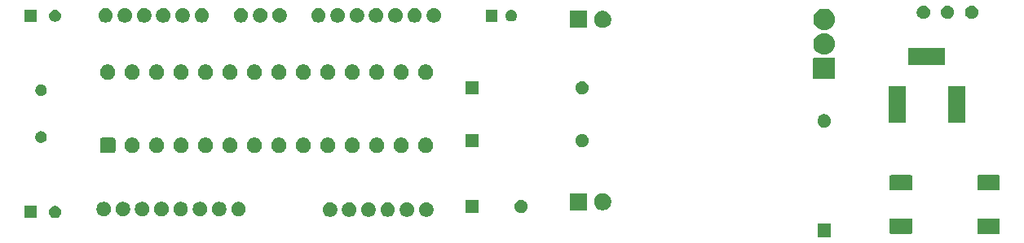
<source format=gts>
G04 #@! TF.GenerationSoftware,KiCad,Pcbnew,9.0.3*
G04 #@! TF.CreationDate,2025-08-08T01:45:00-07:00*
G04 #@! TF.ProjectId,Untitled,556e7469-746c-4656-942e-6b696361645f,rev?*
G04 #@! TF.SameCoordinates,Original*
G04 #@! TF.FileFunction,Soldermask,Top*
G04 #@! TF.FilePolarity,Negative*
%FSLAX46Y46*%
G04 Gerber Fmt 4.6, Leading zero omitted, Abs format (unit mm)*
G04 Created by KiCad (PCBNEW 9.0.3) date 2025-08-08 01:45:00*
%MOMM*%
%LPD*%
G01*
G04 APERTURE LIST*
G04 APERTURE END LIST*
G36*
X176843500Y-117575500D02*
G01*
X175446500Y-117575500D01*
X175446500Y-116178500D01*
X176843500Y-116178500D01*
X176843500Y-117575500D01*
G37*
G36*
X185208034Y-115617764D02*
G01*
X185241125Y-115639875D01*
X185263236Y-115672966D01*
X185271000Y-115712000D01*
X185271000Y-117112000D01*
X185263236Y-117151034D01*
X185241125Y-117184125D01*
X185208034Y-117206236D01*
X185169000Y-117214000D01*
X183069000Y-117214000D01*
X183029966Y-117206236D01*
X182996875Y-117184125D01*
X182974764Y-117151034D01*
X182967000Y-117112000D01*
X182967000Y-115712000D01*
X182974764Y-115672966D01*
X182996875Y-115639875D01*
X183029966Y-115617764D01*
X183069000Y-115610000D01*
X185169000Y-115610000D01*
X185208034Y-115617764D01*
G37*
G36*
X194308034Y-115617764D02*
G01*
X194341125Y-115639875D01*
X194363236Y-115672966D01*
X194371000Y-115712000D01*
X194371000Y-117112000D01*
X194363236Y-117151034D01*
X194341125Y-117184125D01*
X194308034Y-117206236D01*
X194269000Y-117214000D01*
X192169000Y-117214000D01*
X192129966Y-117206236D01*
X192096875Y-117184125D01*
X192074764Y-117151034D01*
X192067000Y-117112000D01*
X192067000Y-115712000D01*
X192074764Y-115672966D01*
X192096875Y-115639875D01*
X192129966Y-115617764D01*
X192169000Y-115610000D01*
X194269000Y-115610000D01*
X194308034Y-115617764D01*
G37*
G36*
X94365000Y-115589000D02*
G01*
X93095000Y-115589000D01*
X93095000Y-114319000D01*
X94365000Y-114319000D01*
X94365000Y-115589000D01*
G37*
G36*
X96454331Y-114346343D02*
G01*
X96569337Y-114393980D01*
X96672840Y-114463138D01*
X96760862Y-114551160D01*
X96830020Y-114654663D01*
X96877657Y-114769669D01*
X96901942Y-114891759D01*
X96901942Y-115016241D01*
X96877657Y-115138331D01*
X96830020Y-115253337D01*
X96760862Y-115356840D01*
X96672840Y-115444862D01*
X96569337Y-115514020D01*
X96454331Y-115561657D01*
X96332241Y-115585942D01*
X96207759Y-115585942D01*
X96085669Y-115561657D01*
X95970663Y-115514020D01*
X95867160Y-115444862D01*
X95779138Y-115356840D01*
X95709980Y-115253337D01*
X95662343Y-115138331D01*
X95638058Y-115016241D01*
X95638058Y-114891759D01*
X95662343Y-114769669D01*
X95709980Y-114654663D01*
X95779138Y-114551160D01*
X95867160Y-114463138D01*
X95970663Y-114393980D01*
X96085669Y-114346343D01*
X96207759Y-114322058D01*
X96332241Y-114322058D01*
X96454331Y-114346343D01*
G37*
G36*
X125044455Y-113976553D02*
G01*
X125181376Y-114033268D01*
X125304601Y-114115604D01*
X125409396Y-114220399D01*
X125491732Y-114343624D01*
X125548447Y-114480545D01*
X125577360Y-114625899D01*
X125577360Y-114774101D01*
X125548447Y-114919455D01*
X125491732Y-115056376D01*
X125409396Y-115179601D01*
X125304601Y-115284396D01*
X125181376Y-115366732D01*
X125044455Y-115423447D01*
X124899101Y-115452360D01*
X124750899Y-115452360D01*
X124605545Y-115423447D01*
X124468624Y-115366732D01*
X124345399Y-115284396D01*
X124240604Y-115179601D01*
X124158268Y-115056376D01*
X124101553Y-114919455D01*
X124072640Y-114774101D01*
X124072640Y-114625899D01*
X124101553Y-114480545D01*
X124158268Y-114343624D01*
X124240604Y-114220399D01*
X124345399Y-114115604D01*
X124468624Y-114033268D01*
X124605545Y-113976553D01*
X124750899Y-113947640D01*
X124899101Y-113947640D01*
X125044455Y-113976553D01*
G37*
G36*
X127044455Y-113976553D02*
G01*
X127181376Y-114033268D01*
X127304601Y-114115604D01*
X127409396Y-114220399D01*
X127491732Y-114343624D01*
X127548447Y-114480545D01*
X127577360Y-114625899D01*
X127577360Y-114774101D01*
X127548447Y-114919455D01*
X127491732Y-115056376D01*
X127409396Y-115179601D01*
X127304601Y-115284396D01*
X127181376Y-115366732D01*
X127044455Y-115423447D01*
X126899101Y-115452360D01*
X126750899Y-115452360D01*
X126605545Y-115423447D01*
X126468624Y-115366732D01*
X126345399Y-115284396D01*
X126240604Y-115179601D01*
X126158268Y-115056376D01*
X126101553Y-114919455D01*
X126072640Y-114774101D01*
X126072640Y-114625899D01*
X126101553Y-114480545D01*
X126158268Y-114343624D01*
X126240604Y-114220399D01*
X126345399Y-114115604D01*
X126468624Y-114033268D01*
X126605545Y-113976553D01*
X126750899Y-113947640D01*
X126899101Y-113947640D01*
X127044455Y-113976553D01*
G37*
G36*
X129044455Y-113976553D02*
G01*
X129181376Y-114033268D01*
X129304601Y-114115604D01*
X129409396Y-114220399D01*
X129491732Y-114343624D01*
X129548447Y-114480545D01*
X129577360Y-114625899D01*
X129577360Y-114774101D01*
X129548447Y-114919455D01*
X129491732Y-115056376D01*
X129409396Y-115179601D01*
X129304601Y-115284396D01*
X129181376Y-115366732D01*
X129044455Y-115423447D01*
X128899101Y-115452360D01*
X128750899Y-115452360D01*
X128605545Y-115423447D01*
X128468624Y-115366732D01*
X128345399Y-115284396D01*
X128240604Y-115179601D01*
X128158268Y-115056376D01*
X128101553Y-114919455D01*
X128072640Y-114774101D01*
X128072640Y-114625899D01*
X128101553Y-114480545D01*
X128158268Y-114343624D01*
X128240604Y-114220399D01*
X128345399Y-114115604D01*
X128468624Y-114033268D01*
X128605545Y-113976553D01*
X128750899Y-113947640D01*
X128899101Y-113947640D01*
X129044455Y-113976553D01*
G37*
G36*
X131044455Y-113976553D02*
G01*
X131181376Y-114033268D01*
X131304601Y-114115604D01*
X131409396Y-114220399D01*
X131491732Y-114343624D01*
X131548447Y-114480545D01*
X131577360Y-114625899D01*
X131577360Y-114774101D01*
X131548447Y-114919455D01*
X131491732Y-115056376D01*
X131409396Y-115179601D01*
X131304601Y-115284396D01*
X131181376Y-115366732D01*
X131044455Y-115423447D01*
X130899101Y-115452360D01*
X130750899Y-115452360D01*
X130605545Y-115423447D01*
X130468624Y-115366732D01*
X130345399Y-115284396D01*
X130240604Y-115179601D01*
X130158268Y-115056376D01*
X130101553Y-114919455D01*
X130072640Y-114774101D01*
X130072640Y-114625899D01*
X130101553Y-114480545D01*
X130158268Y-114343624D01*
X130240604Y-114220399D01*
X130345399Y-114115604D01*
X130468624Y-114033268D01*
X130605545Y-113976553D01*
X130750899Y-113947640D01*
X130899101Y-113947640D01*
X131044455Y-113976553D01*
G37*
G36*
X133044455Y-113976553D02*
G01*
X133181376Y-114033268D01*
X133304601Y-114115604D01*
X133409396Y-114220399D01*
X133491732Y-114343624D01*
X133548447Y-114480545D01*
X133577360Y-114625899D01*
X133577360Y-114774101D01*
X133548447Y-114919455D01*
X133491732Y-115056376D01*
X133409396Y-115179601D01*
X133304601Y-115284396D01*
X133181376Y-115366732D01*
X133044455Y-115423447D01*
X132899101Y-115452360D01*
X132750899Y-115452360D01*
X132605545Y-115423447D01*
X132468624Y-115366732D01*
X132345399Y-115284396D01*
X132240604Y-115179601D01*
X132158268Y-115056376D01*
X132101553Y-114919455D01*
X132072640Y-114774101D01*
X132072640Y-114625899D01*
X132101553Y-114480545D01*
X132158268Y-114343624D01*
X132240604Y-114220399D01*
X132345399Y-114115604D01*
X132468624Y-114033268D01*
X132605545Y-113976553D01*
X132750899Y-113947640D01*
X132899101Y-113947640D01*
X133044455Y-113976553D01*
G37*
G36*
X135044455Y-113976553D02*
G01*
X135181376Y-114033268D01*
X135304601Y-114115604D01*
X135409396Y-114220399D01*
X135491732Y-114343624D01*
X135548447Y-114480545D01*
X135577360Y-114625899D01*
X135577360Y-114774101D01*
X135548447Y-114919455D01*
X135491732Y-115056376D01*
X135409396Y-115179601D01*
X135304601Y-115284396D01*
X135181376Y-115366732D01*
X135044455Y-115423447D01*
X134899101Y-115452360D01*
X134750899Y-115452360D01*
X134605545Y-115423447D01*
X134468624Y-115366732D01*
X134345399Y-115284396D01*
X134240604Y-115179601D01*
X134158268Y-115056376D01*
X134101553Y-114919455D01*
X134072640Y-114774101D01*
X134072640Y-114625899D01*
X134101553Y-114480545D01*
X134158268Y-114343624D01*
X134240604Y-114220399D01*
X134345399Y-114115604D01*
X134468624Y-114033268D01*
X134605545Y-113976553D01*
X134750899Y-113947640D01*
X134899101Y-113947640D01*
X135044455Y-113976553D01*
G37*
G36*
X101544455Y-113910553D02*
G01*
X101681376Y-113967268D01*
X101804601Y-114049604D01*
X101909396Y-114154399D01*
X101991732Y-114277624D01*
X102048447Y-114414545D01*
X102077360Y-114559899D01*
X102077360Y-114708101D01*
X102048447Y-114853455D01*
X101991732Y-114990376D01*
X101909396Y-115113601D01*
X101804601Y-115218396D01*
X101681376Y-115300732D01*
X101544455Y-115357447D01*
X101399101Y-115386360D01*
X101250899Y-115386360D01*
X101105545Y-115357447D01*
X100968624Y-115300732D01*
X100845399Y-115218396D01*
X100740604Y-115113601D01*
X100658268Y-114990376D01*
X100601553Y-114853455D01*
X100572640Y-114708101D01*
X100572640Y-114559899D01*
X100601553Y-114414545D01*
X100658268Y-114277624D01*
X100740604Y-114154399D01*
X100845399Y-114049604D01*
X100968624Y-113967268D01*
X101105545Y-113910553D01*
X101250899Y-113881640D01*
X101399101Y-113881640D01*
X101544455Y-113910553D01*
G37*
G36*
X103544455Y-113910553D02*
G01*
X103681376Y-113967268D01*
X103804601Y-114049604D01*
X103909396Y-114154399D01*
X103991732Y-114277624D01*
X104048447Y-114414545D01*
X104077360Y-114559899D01*
X104077360Y-114708101D01*
X104048447Y-114853455D01*
X103991732Y-114990376D01*
X103909396Y-115113601D01*
X103804601Y-115218396D01*
X103681376Y-115300732D01*
X103544455Y-115357447D01*
X103399101Y-115386360D01*
X103250899Y-115386360D01*
X103105545Y-115357447D01*
X102968624Y-115300732D01*
X102845399Y-115218396D01*
X102740604Y-115113601D01*
X102658268Y-114990376D01*
X102601553Y-114853455D01*
X102572640Y-114708101D01*
X102572640Y-114559899D01*
X102601553Y-114414545D01*
X102658268Y-114277624D01*
X102740604Y-114154399D01*
X102845399Y-114049604D01*
X102968624Y-113967268D01*
X103105545Y-113910553D01*
X103250899Y-113881640D01*
X103399101Y-113881640D01*
X103544455Y-113910553D01*
G37*
G36*
X105544455Y-113910553D02*
G01*
X105681376Y-113967268D01*
X105804601Y-114049604D01*
X105909396Y-114154399D01*
X105991732Y-114277624D01*
X106048447Y-114414545D01*
X106077360Y-114559899D01*
X106077360Y-114708101D01*
X106048447Y-114853455D01*
X105991732Y-114990376D01*
X105909396Y-115113601D01*
X105804601Y-115218396D01*
X105681376Y-115300732D01*
X105544455Y-115357447D01*
X105399101Y-115386360D01*
X105250899Y-115386360D01*
X105105545Y-115357447D01*
X104968624Y-115300732D01*
X104845399Y-115218396D01*
X104740604Y-115113601D01*
X104658268Y-114990376D01*
X104601553Y-114853455D01*
X104572640Y-114708101D01*
X104572640Y-114559899D01*
X104601553Y-114414545D01*
X104658268Y-114277624D01*
X104740604Y-114154399D01*
X104845399Y-114049604D01*
X104968624Y-113967268D01*
X105105545Y-113910553D01*
X105250899Y-113881640D01*
X105399101Y-113881640D01*
X105544455Y-113910553D01*
G37*
G36*
X107544455Y-113910553D02*
G01*
X107681376Y-113967268D01*
X107804601Y-114049604D01*
X107909396Y-114154399D01*
X107991732Y-114277624D01*
X108048447Y-114414545D01*
X108077360Y-114559899D01*
X108077360Y-114708101D01*
X108048447Y-114853455D01*
X107991732Y-114990376D01*
X107909396Y-115113601D01*
X107804601Y-115218396D01*
X107681376Y-115300732D01*
X107544455Y-115357447D01*
X107399101Y-115386360D01*
X107250899Y-115386360D01*
X107105545Y-115357447D01*
X106968624Y-115300732D01*
X106845399Y-115218396D01*
X106740604Y-115113601D01*
X106658268Y-114990376D01*
X106601553Y-114853455D01*
X106572640Y-114708101D01*
X106572640Y-114559899D01*
X106601553Y-114414545D01*
X106658268Y-114277624D01*
X106740604Y-114154399D01*
X106845399Y-114049604D01*
X106968624Y-113967268D01*
X107105545Y-113910553D01*
X107250899Y-113881640D01*
X107399101Y-113881640D01*
X107544455Y-113910553D01*
G37*
G36*
X109544455Y-113910553D02*
G01*
X109681376Y-113967268D01*
X109804601Y-114049604D01*
X109909396Y-114154399D01*
X109991732Y-114277624D01*
X110048447Y-114414545D01*
X110077360Y-114559899D01*
X110077360Y-114708101D01*
X110048447Y-114853455D01*
X109991732Y-114990376D01*
X109909396Y-115113601D01*
X109804601Y-115218396D01*
X109681376Y-115300732D01*
X109544455Y-115357447D01*
X109399101Y-115386360D01*
X109250899Y-115386360D01*
X109105545Y-115357447D01*
X108968624Y-115300732D01*
X108845399Y-115218396D01*
X108740604Y-115113601D01*
X108658268Y-114990376D01*
X108601553Y-114853455D01*
X108572640Y-114708101D01*
X108572640Y-114559899D01*
X108601553Y-114414545D01*
X108658268Y-114277624D01*
X108740604Y-114154399D01*
X108845399Y-114049604D01*
X108968624Y-113967268D01*
X109105545Y-113910553D01*
X109250899Y-113881640D01*
X109399101Y-113881640D01*
X109544455Y-113910553D01*
G37*
G36*
X111544455Y-113910553D02*
G01*
X111681376Y-113967268D01*
X111804601Y-114049604D01*
X111909396Y-114154399D01*
X111991732Y-114277624D01*
X112048447Y-114414545D01*
X112077360Y-114559899D01*
X112077360Y-114708101D01*
X112048447Y-114853455D01*
X111991732Y-114990376D01*
X111909396Y-115113601D01*
X111804601Y-115218396D01*
X111681376Y-115300732D01*
X111544455Y-115357447D01*
X111399101Y-115386360D01*
X111250899Y-115386360D01*
X111105545Y-115357447D01*
X110968624Y-115300732D01*
X110845399Y-115218396D01*
X110740604Y-115113601D01*
X110658268Y-114990376D01*
X110601553Y-114853455D01*
X110572640Y-114708101D01*
X110572640Y-114559899D01*
X110601553Y-114414545D01*
X110658268Y-114277624D01*
X110740604Y-114154399D01*
X110845399Y-114049604D01*
X110968624Y-113967268D01*
X111105545Y-113910553D01*
X111250899Y-113881640D01*
X111399101Y-113881640D01*
X111544455Y-113910553D01*
G37*
G36*
X113544455Y-113910553D02*
G01*
X113681376Y-113967268D01*
X113804601Y-114049604D01*
X113909396Y-114154399D01*
X113991732Y-114277624D01*
X114048447Y-114414545D01*
X114077360Y-114559899D01*
X114077360Y-114708101D01*
X114048447Y-114853455D01*
X113991732Y-114990376D01*
X113909396Y-115113601D01*
X113804601Y-115218396D01*
X113681376Y-115300732D01*
X113544455Y-115357447D01*
X113399101Y-115386360D01*
X113250899Y-115386360D01*
X113105545Y-115357447D01*
X112968624Y-115300732D01*
X112845399Y-115218396D01*
X112740604Y-115113601D01*
X112658268Y-114990376D01*
X112601553Y-114853455D01*
X112572640Y-114708101D01*
X112572640Y-114559899D01*
X112601553Y-114414545D01*
X112658268Y-114277624D01*
X112740604Y-114154399D01*
X112845399Y-114049604D01*
X112968624Y-113967268D01*
X113105545Y-113910553D01*
X113250899Y-113881640D01*
X113399101Y-113881640D01*
X113544455Y-113910553D01*
G37*
G36*
X115544455Y-113910553D02*
G01*
X115681376Y-113967268D01*
X115804601Y-114049604D01*
X115909396Y-114154399D01*
X115991732Y-114277624D01*
X116048447Y-114414545D01*
X116077360Y-114559899D01*
X116077360Y-114708101D01*
X116048447Y-114853455D01*
X115991732Y-114990376D01*
X115909396Y-115113601D01*
X115804601Y-115218396D01*
X115681376Y-115300732D01*
X115544455Y-115357447D01*
X115399101Y-115386360D01*
X115250899Y-115386360D01*
X115105545Y-115357447D01*
X114968624Y-115300732D01*
X114845399Y-115218396D01*
X114740604Y-115113601D01*
X114658268Y-114990376D01*
X114601553Y-114853455D01*
X114572640Y-114708101D01*
X114572640Y-114559899D01*
X114601553Y-114414545D01*
X114658268Y-114277624D01*
X114740604Y-114154399D01*
X114845399Y-114049604D01*
X114968624Y-113967268D01*
X115105545Y-113910553D01*
X115250899Y-113881640D01*
X115399101Y-113881640D01*
X115544455Y-113910553D01*
G37*
G36*
X140290800Y-115065800D02*
G01*
X138919200Y-115065800D01*
X138919200Y-113694200D01*
X140290800Y-113694200D01*
X140290800Y-115065800D01*
G37*
G36*
X144884077Y-113723730D02*
G01*
X145008284Y-113775178D01*
X145120067Y-113849869D01*
X145215131Y-113944933D01*
X145289822Y-114056716D01*
X145341270Y-114180923D01*
X145367498Y-114312780D01*
X145367498Y-114447220D01*
X145341270Y-114579077D01*
X145289822Y-114703284D01*
X145215131Y-114815067D01*
X145120067Y-114910131D01*
X145008284Y-114984822D01*
X144884077Y-115036270D01*
X144752220Y-115062498D01*
X144617780Y-115062498D01*
X144485923Y-115036270D01*
X144361716Y-114984822D01*
X144249933Y-114910131D01*
X144154869Y-114815067D01*
X144080178Y-114703284D01*
X144028730Y-114579077D01*
X144002502Y-114447220D01*
X144002502Y-114312780D01*
X144028730Y-114180923D01*
X144080178Y-114056716D01*
X144154869Y-113944933D01*
X144249933Y-113849869D01*
X144361716Y-113775178D01*
X144485923Y-113723730D01*
X144617780Y-113697502D01*
X144752220Y-113697502D01*
X144884077Y-113723730D01*
G37*
G36*
X151505000Y-114780000D02*
G01*
X149705000Y-114780000D01*
X149705000Y-112980000D01*
X151505000Y-112980000D01*
X151505000Y-114780000D01*
G37*
G36*
X153406256Y-113018754D02*
G01*
X153569257Y-113086271D01*
X153715954Y-113184291D01*
X153840709Y-113309046D01*
X153938729Y-113455743D01*
X154006246Y-113618744D01*
X154040666Y-113791785D01*
X154040666Y-113968215D01*
X154006246Y-114141256D01*
X153938729Y-114304257D01*
X153840709Y-114450954D01*
X153715954Y-114575709D01*
X153569257Y-114673729D01*
X153406256Y-114741246D01*
X153233215Y-114775666D01*
X153056785Y-114775666D01*
X152883744Y-114741246D01*
X152720743Y-114673729D01*
X152574046Y-114575709D01*
X152449291Y-114450954D01*
X152351271Y-114304257D01*
X152283754Y-114141256D01*
X152249334Y-113968215D01*
X152249334Y-113791785D01*
X152283754Y-113618744D01*
X152351271Y-113455743D01*
X152449291Y-113309046D01*
X152574046Y-113184291D01*
X152720743Y-113086271D01*
X152883744Y-113018754D01*
X153056785Y-112984334D01*
X153233215Y-112984334D01*
X153406256Y-113018754D01*
G37*
G36*
X185208034Y-111117764D02*
G01*
X185241125Y-111139875D01*
X185263236Y-111172966D01*
X185271000Y-111212000D01*
X185271000Y-112612000D01*
X185263236Y-112651034D01*
X185241125Y-112684125D01*
X185208034Y-112706236D01*
X185169000Y-112714000D01*
X183069000Y-112714000D01*
X183029966Y-112706236D01*
X182996875Y-112684125D01*
X182974764Y-112651034D01*
X182967000Y-112612000D01*
X182967000Y-111212000D01*
X182974764Y-111172966D01*
X182996875Y-111139875D01*
X183029966Y-111117764D01*
X183069000Y-111110000D01*
X185169000Y-111110000D01*
X185208034Y-111117764D01*
G37*
G36*
X194308034Y-111117764D02*
G01*
X194341125Y-111139875D01*
X194363236Y-111172966D01*
X194371000Y-111212000D01*
X194371000Y-112612000D01*
X194363236Y-112651034D01*
X194341125Y-112684125D01*
X194308034Y-112706236D01*
X194269000Y-112714000D01*
X192169000Y-112714000D01*
X192129966Y-112706236D01*
X192096875Y-112684125D01*
X192074764Y-112651034D01*
X192067000Y-112612000D01*
X192067000Y-111212000D01*
X192074764Y-111172966D01*
X192096875Y-111139875D01*
X192129966Y-111117764D01*
X192169000Y-111110000D01*
X194269000Y-111110000D01*
X194308034Y-111117764D01*
G37*
G36*
X102299850Y-107200964D02*
G01*
X102350040Y-107206787D01*
X102367189Y-107214359D01*
X102390671Y-107219030D01*
X102415810Y-107235827D01*
X102435696Y-107244608D01*
X102449277Y-107258189D01*
X102471777Y-107273223D01*
X102486810Y-107295722D01*
X102500391Y-107309303D01*
X102509170Y-107329186D01*
X102525970Y-107354329D01*
X102530641Y-107377812D01*
X102538212Y-107394959D01*
X102544033Y-107445139D01*
X102545000Y-107450000D01*
X102545000Y-108550000D01*
X102544032Y-108554863D01*
X102538212Y-108605040D01*
X102530641Y-108622185D01*
X102525970Y-108645671D01*
X102509169Y-108670815D01*
X102500391Y-108690696D01*
X102486812Y-108704274D01*
X102471777Y-108726777D01*
X102449274Y-108741812D01*
X102435696Y-108755391D01*
X102415815Y-108764169D01*
X102390671Y-108780970D01*
X102367185Y-108785641D01*
X102350040Y-108793212D01*
X102299861Y-108799032D01*
X102295000Y-108800000D01*
X101195000Y-108800000D01*
X101190138Y-108799032D01*
X101139959Y-108793212D01*
X101122812Y-108785641D01*
X101099329Y-108780970D01*
X101074186Y-108764170D01*
X101054303Y-108755391D01*
X101040722Y-108741810D01*
X101018223Y-108726777D01*
X101003189Y-108704277D01*
X100989608Y-108690696D01*
X100980827Y-108670810D01*
X100964030Y-108645671D01*
X100959359Y-108622189D01*
X100951787Y-108605040D01*
X100945964Y-108554849D01*
X100945000Y-108550000D01*
X100945000Y-107450000D01*
X100945964Y-107445150D01*
X100951787Y-107394959D01*
X100959359Y-107377808D01*
X100964030Y-107354329D01*
X100980826Y-107329191D01*
X100989608Y-107309303D01*
X101003191Y-107295719D01*
X101018223Y-107273223D01*
X101040719Y-107258191D01*
X101054303Y-107244608D01*
X101074191Y-107235826D01*
X101099329Y-107219030D01*
X101122808Y-107214359D01*
X101139959Y-107206787D01*
X101190151Y-107200964D01*
X101195000Y-107200000D01*
X102295000Y-107200000D01*
X102299850Y-107200964D01*
G37*
G36*
X104517228Y-107234448D02*
G01*
X104662117Y-107294463D01*
X104792515Y-107381592D01*
X104903408Y-107492485D01*
X104990537Y-107622883D01*
X105050552Y-107767772D01*
X105081148Y-107921586D01*
X105081148Y-108078414D01*
X105050552Y-108232228D01*
X104990537Y-108377117D01*
X104903408Y-108507515D01*
X104792515Y-108618408D01*
X104662117Y-108705537D01*
X104517228Y-108765552D01*
X104363414Y-108796148D01*
X104206586Y-108796148D01*
X104052772Y-108765552D01*
X103907883Y-108705537D01*
X103777485Y-108618408D01*
X103666592Y-108507515D01*
X103579463Y-108377117D01*
X103519448Y-108232228D01*
X103488852Y-108078414D01*
X103488852Y-107921586D01*
X103519448Y-107767772D01*
X103579463Y-107622883D01*
X103666592Y-107492485D01*
X103777485Y-107381592D01*
X103907883Y-107294463D01*
X104052772Y-107234448D01*
X104206586Y-107203852D01*
X104363414Y-107203852D01*
X104517228Y-107234448D01*
G37*
G36*
X107057228Y-107234448D02*
G01*
X107202117Y-107294463D01*
X107332515Y-107381592D01*
X107443408Y-107492485D01*
X107530537Y-107622883D01*
X107590552Y-107767772D01*
X107621148Y-107921586D01*
X107621148Y-108078414D01*
X107590552Y-108232228D01*
X107530537Y-108377117D01*
X107443408Y-108507515D01*
X107332515Y-108618408D01*
X107202117Y-108705537D01*
X107057228Y-108765552D01*
X106903414Y-108796148D01*
X106746586Y-108796148D01*
X106592772Y-108765552D01*
X106447883Y-108705537D01*
X106317485Y-108618408D01*
X106206592Y-108507515D01*
X106119463Y-108377117D01*
X106059448Y-108232228D01*
X106028852Y-108078414D01*
X106028852Y-107921586D01*
X106059448Y-107767772D01*
X106119463Y-107622883D01*
X106206592Y-107492485D01*
X106317485Y-107381592D01*
X106447883Y-107294463D01*
X106592772Y-107234448D01*
X106746586Y-107203852D01*
X106903414Y-107203852D01*
X107057228Y-107234448D01*
G37*
G36*
X109597228Y-107234448D02*
G01*
X109742117Y-107294463D01*
X109872515Y-107381592D01*
X109983408Y-107492485D01*
X110070537Y-107622883D01*
X110130552Y-107767772D01*
X110161148Y-107921586D01*
X110161148Y-108078414D01*
X110130552Y-108232228D01*
X110070537Y-108377117D01*
X109983408Y-108507515D01*
X109872515Y-108618408D01*
X109742117Y-108705537D01*
X109597228Y-108765552D01*
X109443414Y-108796148D01*
X109286586Y-108796148D01*
X109132772Y-108765552D01*
X108987883Y-108705537D01*
X108857485Y-108618408D01*
X108746592Y-108507515D01*
X108659463Y-108377117D01*
X108599448Y-108232228D01*
X108568852Y-108078414D01*
X108568852Y-107921586D01*
X108599448Y-107767772D01*
X108659463Y-107622883D01*
X108746592Y-107492485D01*
X108857485Y-107381592D01*
X108987883Y-107294463D01*
X109132772Y-107234448D01*
X109286586Y-107203852D01*
X109443414Y-107203852D01*
X109597228Y-107234448D01*
G37*
G36*
X112137228Y-107234448D02*
G01*
X112282117Y-107294463D01*
X112412515Y-107381592D01*
X112523408Y-107492485D01*
X112610537Y-107622883D01*
X112670552Y-107767772D01*
X112701148Y-107921586D01*
X112701148Y-108078414D01*
X112670552Y-108232228D01*
X112610537Y-108377117D01*
X112523408Y-108507515D01*
X112412515Y-108618408D01*
X112282117Y-108705537D01*
X112137228Y-108765552D01*
X111983414Y-108796148D01*
X111826586Y-108796148D01*
X111672772Y-108765552D01*
X111527883Y-108705537D01*
X111397485Y-108618408D01*
X111286592Y-108507515D01*
X111199463Y-108377117D01*
X111139448Y-108232228D01*
X111108852Y-108078414D01*
X111108852Y-107921586D01*
X111139448Y-107767772D01*
X111199463Y-107622883D01*
X111286592Y-107492485D01*
X111397485Y-107381592D01*
X111527883Y-107294463D01*
X111672772Y-107234448D01*
X111826586Y-107203852D01*
X111983414Y-107203852D01*
X112137228Y-107234448D01*
G37*
G36*
X114677228Y-107234448D02*
G01*
X114822117Y-107294463D01*
X114952515Y-107381592D01*
X115063408Y-107492485D01*
X115150537Y-107622883D01*
X115210552Y-107767772D01*
X115241148Y-107921586D01*
X115241148Y-108078414D01*
X115210552Y-108232228D01*
X115150537Y-108377117D01*
X115063408Y-108507515D01*
X114952515Y-108618408D01*
X114822117Y-108705537D01*
X114677228Y-108765552D01*
X114523414Y-108796148D01*
X114366586Y-108796148D01*
X114212772Y-108765552D01*
X114067883Y-108705537D01*
X113937485Y-108618408D01*
X113826592Y-108507515D01*
X113739463Y-108377117D01*
X113679448Y-108232228D01*
X113648852Y-108078414D01*
X113648852Y-107921586D01*
X113679448Y-107767772D01*
X113739463Y-107622883D01*
X113826592Y-107492485D01*
X113937485Y-107381592D01*
X114067883Y-107294463D01*
X114212772Y-107234448D01*
X114366586Y-107203852D01*
X114523414Y-107203852D01*
X114677228Y-107234448D01*
G37*
G36*
X117217228Y-107234448D02*
G01*
X117362117Y-107294463D01*
X117492515Y-107381592D01*
X117603408Y-107492485D01*
X117690537Y-107622883D01*
X117750552Y-107767772D01*
X117781148Y-107921586D01*
X117781148Y-108078414D01*
X117750552Y-108232228D01*
X117690537Y-108377117D01*
X117603408Y-108507515D01*
X117492515Y-108618408D01*
X117362117Y-108705537D01*
X117217228Y-108765552D01*
X117063414Y-108796148D01*
X116906586Y-108796148D01*
X116752772Y-108765552D01*
X116607883Y-108705537D01*
X116477485Y-108618408D01*
X116366592Y-108507515D01*
X116279463Y-108377117D01*
X116219448Y-108232228D01*
X116188852Y-108078414D01*
X116188852Y-107921586D01*
X116219448Y-107767772D01*
X116279463Y-107622883D01*
X116366592Y-107492485D01*
X116477485Y-107381592D01*
X116607883Y-107294463D01*
X116752772Y-107234448D01*
X116906586Y-107203852D01*
X117063414Y-107203852D01*
X117217228Y-107234448D01*
G37*
G36*
X119757228Y-107234448D02*
G01*
X119902117Y-107294463D01*
X120032515Y-107381592D01*
X120143408Y-107492485D01*
X120230537Y-107622883D01*
X120290552Y-107767772D01*
X120321148Y-107921586D01*
X120321148Y-108078414D01*
X120290552Y-108232228D01*
X120230537Y-108377117D01*
X120143408Y-108507515D01*
X120032515Y-108618408D01*
X119902117Y-108705537D01*
X119757228Y-108765552D01*
X119603414Y-108796148D01*
X119446586Y-108796148D01*
X119292772Y-108765552D01*
X119147883Y-108705537D01*
X119017485Y-108618408D01*
X118906592Y-108507515D01*
X118819463Y-108377117D01*
X118759448Y-108232228D01*
X118728852Y-108078414D01*
X118728852Y-107921586D01*
X118759448Y-107767772D01*
X118819463Y-107622883D01*
X118906592Y-107492485D01*
X119017485Y-107381592D01*
X119147883Y-107294463D01*
X119292772Y-107234448D01*
X119446586Y-107203852D01*
X119603414Y-107203852D01*
X119757228Y-107234448D01*
G37*
G36*
X122297228Y-107234448D02*
G01*
X122442117Y-107294463D01*
X122572515Y-107381592D01*
X122683408Y-107492485D01*
X122770537Y-107622883D01*
X122830552Y-107767772D01*
X122861148Y-107921586D01*
X122861148Y-108078414D01*
X122830552Y-108232228D01*
X122770537Y-108377117D01*
X122683408Y-108507515D01*
X122572515Y-108618408D01*
X122442117Y-108705537D01*
X122297228Y-108765552D01*
X122143414Y-108796148D01*
X121986586Y-108796148D01*
X121832772Y-108765552D01*
X121687883Y-108705537D01*
X121557485Y-108618408D01*
X121446592Y-108507515D01*
X121359463Y-108377117D01*
X121299448Y-108232228D01*
X121268852Y-108078414D01*
X121268852Y-107921586D01*
X121299448Y-107767772D01*
X121359463Y-107622883D01*
X121446592Y-107492485D01*
X121557485Y-107381592D01*
X121687883Y-107294463D01*
X121832772Y-107234448D01*
X121986586Y-107203852D01*
X122143414Y-107203852D01*
X122297228Y-107234448D01*
G37*
G36*
X124837228Y-107234448D02*
G01*
X124982117Y-107294463D01*
X125112515Y-107381592D01*
X125223408Y-107492485D01*
X125310537Y-107622883D01*
X125370552Y-107767772D01*
X125401148Y-107921586D01*
X125401148Y-108078414D01*
X125370552Y-108232228D01*
X125310537Y-108377117D01*
X125223408Y-108507515D01*
X125112515Y-108618408D01*
X124982117Y-108705537D01*
X124837228Y-108765552D01*
X124683414Y-108796148D01*
X124526586Y-108796148D01*
X124372772Y-108765552D01*
X124227883Y-108705537D01*
X124097485Y-108618408D01*
X123986592Y-108507515D01*
X123899463Y-108377117D01*
X123839448Y-108232228D01*
X123808852Y-108078414D01*
X123808852Y-107921586D01*
X123839448Y-107767772D01*
X123899463Y-107622883D01*
X123986592Y-107492485D01*
X124097485Y-107381592D01*
X124227883Y-107294463D01*
X124372772Y-107234448D01*
X124526586Y-107203852D01*
X124683414Y-107203852D01*
X124837228Y-107234448D01*
G37*
G36*
X127377228Y-107234448D02*
G01*
X127522117Y-107294463D01*
X127652515Y-107381592D01*
X127763408Y-107492485D01*
X127850537Y-107622883D01*
X127910552Y-107767772D01*
X127941148Y-107921586D01*
X127941148Y-108078414D01*
X127910552Y-108232228D01*
X127850537Y-108377117D01*
X127763408Y-108507515D01*
X127652515Y-108618408D01*
X127522117Y-108705537D01*
X127377228Y-108765552D01*
X127223414Y-108796148D01*
X127066586Y-108796148D01*
X126912772Y-108765552D01*
X126767883Y-108705537D01*
X126637485Y-108618408D01*
X126526592Y-108507515D01*
X126439463Y-108377117D01*
X126379448Y-108232228D01*
X126348852Y-108078414D01*
X126348852Y-107921586D01*
X126379448Y-107767772D01*
X126439463Y-107622883D01*
X126526592Y-107492485D01*
X126637485Y-107381592D01*
X126767883Y-107294463D01*
X126912772Y-107234448D01*
X127066586Y-107203852D01*
X127223414Y-107203852D01*
X127377228Y-107234448D01*
G37*
G36*
X129917228Y-107234448D02*
G01*
X130062117Y-107294463D01*
X130192515Y-107381592D01*
X130303408Y-107492485D01*
X130390537Y-107622883D01*
X130450552Y-107767772D01*
X130481148Y-107921586D01*
X130481148Y-108078414D01*
X130450552Y-108232228D01*
X130390537Y-108377117D01*
X130303408Y-108507515D01*
X130192515Y-108618408D01*
X130062117Y-108705537D01*
X129917228Y-108765552D01*
X129763414Y-108796148D01*
X129606586Y-108796148D01*
X129452772Y-108765552D01*
X129307883Y-108705537D01*
X129177485Y-108618408D01*
X129066592Y-108507515D01*
X128979463Y-108377117D01*
X128919448Y-108232228D01*
X128888852Y-108078414D01*
X128888852Y-107921586D01*
X128919448Y-107767772D01*
X128979463Y-107622883D01*
X129066592Y-107492485D01*
X129177485Y-107381592D01*
X129307883Y-107294463D01*
X129452772Y-107234448D01*
X129606586Y-107203852D01*
X129763414Y-107203852D01*
X129917228Y-107234448D01*
G37*
G36*
X132457228Y-107234448D02*
G01*
X132602117Y-107294463D01*
X132732515Y-107381592D01*
X132843408Y-107492485D01*
X132930537Y-107622883D01*
X132990552Y-107767772D01*
X133021148Y-107921586D01*
X133021148Y-108078414D01*
X132990552Y-108232228D01*
X132930537Y-108377117D01*
X132843408Y-108507515D01*
X132732515Y-108618408D01*
X132602117Y-108705537D01*
X132457228Y-108765552D01*
X132303414Y-108796148D01*
X132146586Y-108796148D01*
X131992772Y-108765552D01*
X131847883Y-108705537D01*
X131717485Y-108618408D01*
X131606592Y-108507515D01*
X131519463Y-108377117D01*
X131459448Y-108232228D01*
X131428852Y-108078414D01*
X131428852Y-107921586D01*
X131459448Y-107767772D01*
X131519463Y-107622883D01*
X131606592Y-107492485D01*
X131717485Y-107381592D01*
X131847883Y-107294463D01*
X131992772Y-107234448D01*
X132146586Y-107203852D01*
X132303414Y-107203852D01*
X132457228Y-107234448D01*
G37*
G36*
X134997228Y-107234448D02*
G01*
X135142117Y-107294463D01*
X135272515Y-107381592D01*
X135383408Y-107492485D01*
X135470537Y-107622883D01*
X135530552Y-107767772D01*
X135561148Y-107921586D01*
X135561148Y-108078414D01*
X135530552Y-108232228D01*
X135470537Y-108377117D01*
X135383408Y-108507515D01*
X135272515Y-108618408D01*
X135142117Y-108705537D01*
X134997228Y-108765552D01*
X134843414Y-108796148D01*
X134686586Y-108796148D01*
X134532772Y-108765552D01*
X134387883Y-108705537D01*
X134257485Y-108618408D01*
X134146592Y-108507515D01*
X134059463Y-108377117D01*
X133999448Y-108232228D01*
X133968852Y-108078414D01*
X133968852Y-107921586D01*
X133999448Y-107767772D01*
X134059463Y-107622883D01*
X134146592Y-107492485D01*
X134257485Y-107381592D01*
X134387883Y-107294463D01*
X134532772Y-107234448D01*
X134686586Y-107203852D01*
X134843414Y-107203852D01*
X134997228Y-107234448D01*
G37*
G36*
X140268500Y-108198500D02*
G01*
X138871500Y-108198500D01*
X138871500Y-106801500D01*
X140268500Y-106801500D01*
X140268500Y-108198500D01*
G37*
G36*
X151202764Y-106831577D02*
G01*
X151329271Y-106883978D01*
X151443124Y-106960052D01*
X151539948Y-107056876D01*
X151616022Y-107170729D01*
X151668423Y-107297236D01*
X151695137Y-107431535D01*
X151695137Y-107568465D01*
X151668423Y-107702764D01*
X151616022Y-107829271D01*
X151539948Y-107943124D01*
X151443124Y-108039948D01*
X151329271Y-108116022D01*
X151202764Y-108168423D01*
X151068465Y-108195137D01*
X150931535Y-108195137D01*
X150797236Y-108168423D01*
X150670729Y-108116022D01*
X150556876Y-108039948D01*
X150460052Y-107943124D01*
X150383978Y-107829271D01*
X150331577Y-107702764D01*
X150304863Y-107568465D01*
X150304863Y-107431535D01*
X150331577Y-107297236D01*
X150383978Y-107170729D01*
X150460052Y-107056876D01*
X150556876Y-106960052D01*
X150670729Y-106883978D01*
X150797236Y-106831577D01*
X150931535Y-106804863D01*
X151068465Y-106804863D01*
X151202764Y-106831577D01*
G37*
G36*
X94894251Y-106533680D02*
G01*
X94904034Y-106533680D01*
X94932214Y-106541230D01*
X95000680Y-106554849D01*
X95033001Y-106568236D01*
X95056715Y-106574591D01*
X95077975Y-106586865D01*
X95110295Y-106600253D01*
X95168348Y-106639043D01*
X95193605Y-106653625D01*
X95200517Y-106660537D01*
X95208938Y-106666164D01*
X95292835Y-106750061D01*
X95298461Y-106758481D01*
X95305375Y-106765395D01*
X95319958Y-106790654D01*
X95358746Y-106848704D01*
X95372132Y-106881020D01*
X95384409Y-106902285D01*
X95390764Y-106926002D01*
X95404150Y-106958319D01*
X95417767Y-107026780D01*
X95425320Y-107054966D01*
X95425320Y-107064748D01*
X95427295Y-107074678D01*
X95427295Y-107193321D01*
X95425320Y-107203250D01*
X95425320Y-107213034D01*
X95417766Y-107241222D01*
X95404150Y-107309680D01*
X95390764Y-107341994D01*
X95384409Y-107365715D01*
X95372130Y-107386981D01*
X95358746Y-107419295D01*
X95319963Y-107477337D01*
X95305375Y-107502605D01*
X95298459Y-107509520D01*
X95292835Y-107517938D01*
X95208938Y-107601835D01*
X95200520Y-107607459D01*
X95193605Y-107614375D01*
X95168337Y-107628963D01*
X95110295Y-107667746D01*
X95077981Y-107681130D01*
X95056715Y-107693409D01*
X95032994Y-107699764D01*
X95000680Y-107713150D01*
X94932220Y-107726767D01*
X94904034Y-107734320D01*
X94894251Y-107734320D01*
X94884322Y-107736295D01*
X94765678Y-107736295D01*
X94755749Y-107734320D01*
X94745966Y-107734320D01*
X94717780Y-107726767D01*
X94649319Y-107713150D01*
X94617002Y-107699764D01*
X94593285Y-107693409D01*
X94572020Y-107681132D01*
X94539704Y-107667746D01*
X94481654Y-107628958D01*
X94456395Y-107614375D01*
X94449481Y-107607461D01*
X94441061Y-107601835D01*
X94357164Y-107517938D01*
X94351537Y-107509517D01*
X94344625Y-107502605D01*
X94330043Y-107477348D01*
X94291253Y-107419295D01*
X94277865Y-107386975D01*
X94265591Y-107365715D01*
X94259236Y-107342001D01*
X94245849Y-107309680D01*
X94232231Y-107241216D01*
X94224680Y-107213034D01*
X94224680Y-107203250D01*
X94222705Y-107193321D01*
X94222705Y-107074678D01*
X94224680Y-107064748D01*
X94224680Y-107054966D01*
X94232230Y-107026786D01*
X94245849Y-106958319D01*
X94259237Y-106925996D01*
X94265591Y-106902285D01*
X94277864Y-106881027D01*
X94291253Y-106848704D01*
X94330047Y-106790643D01*
X94344625Y-106765395D01*
X94351535Y-106758484D01*
X94357164Y-106750061D01*
X94441061Y-106666164D01*
X94449484Y-106660535D01*
X94456395Y-106653625D01*
X94481643Y-106639047D01*
X94539704Y-106600253D01*
X94572027Y-106586864D01*
X94593285Y-106574591D01*
X94616996Y-106568237D01*
X94649319Y-106554849D01*
X94717786Y-106541230D01*
X94745966Y-106533680D01*
X94755748Y-106533680D01*
X94765678Y-106531705D01*
X94884322Y-106531705D01*
X94894251Y-106533680D01*
G37*
G36*
X176347764Y-104778577D02*
G01*
X176474271Y-104830978D01*
X176588124Y-104907052D01*
X176684948Y-105003876D01*
X176761022Y-105117729D01*
X176813423Y-105244236D01*
X176840137Y-105378535D01*
X176840137Y-105515465D01*
X176813423Y-105649764D01*
X176761022Y-105776271D01*
X176684948Y-105890124D01*
X176588124Y-105986948D01*
X176474271Y-106063022D01*
X176347764Y-106115423D01*
X176213465Y-106142137D01*
X176076535Y-106142137D01*
X175942236Y-106115423D01*
X175815729Y-106063022D01*
X175701876Y-105986948D01*
X175605052Y-105890124D01*
X175528978Y-105776271D01*
X175476577Y-105649764D01*
X175449863Y-105515465D01*
X175449863Y-105378535D01*
X175476577Y-105244236D01*
X175528978Y-105117729D01*
X175605052Y-105003876D01*
X175701876Y-104907052D01*
X175815729Y-104830978D01*
X175942236Y-104778577D01*
X176076535Y-104751863D01*
X176213465Y-104751863D01*
X176347764Y-104778577D01*
G37*
G36*
X184598000Y-105662000D02*
G01*
X182848000Y-105662000D01*
X182848000Y-101862000D01*
X184598000Y-101862000D01*
X184598000Y-105662000D01*
G37*
G36*
X190798000Y-105662000D02*
G01*
X189048000Y-105662000D01*
X189048000Y-101862000D01*
X190798000Y-101862000D01*
X190798000Y-105662000D01*
G37*
G36*
X94894251Y-101653680D02*
G01*
X94904034Y-101653680D01*
X94932214Y-101661230D01*
X95000680Y-101674849D01*
X95033001Y-101688236D01*
X95056715Y-101694591D01*
X95077975Y-101706865D01*
X95110295Y-101720253D01*
X95168348Y-101759043D01*
X95193605Y-101773625D01*
X95200517Y-101780537D01*
X95208938Y-101786164D01*
X95292835Y-101870061D01*
X95298461Y-101878481D01*
X95305375Y-101885395D01*
X95319958Y-101910654D01*
X95358746Y-101968704D01*
X95372132Y-102001020D01*
X95384409Y-102022285D01*
X95390764Y-102046002D01*
X95404150Y-102078319D01*
X95417767Y-102146780D01*
X95425320Y-102174966D01*
X95425320Y-102184748D01*
X95427295Y-102194678D01*
X95427295Y-102313321D01*
X95425320Y-102323250D01*
X95425320Y-102333034D01*
X95417766Y-102361222D01*
X95404150Y-102429680D01*
X95390764Y-102461994D01*
X95384409Y-102485715D01*
X95372130Y-102506981D01*
X95358746Y-102539295D01*
X95319963Y-102597337D01*
X95305375Y-102622605D01*
X95298459Y-102629520D01*
X95292835Y-102637938D01*
X95208938Y-102721835D01*
X95200520Y-102727459D01*
X95193605Y-102734375D01*
X95168337Y-102748963D01*
X95110295Y-102787746D01*
X95077981Y-102801130D01*
X95056715Y-102813409D01*
X95032994Y-102819764D01*
X95000680Y-102833150D01*
X94932220Y-102846767D01*
X94904034Y-102854320D01*
X94894251Y-102854320D01*
X94884322Y-102856295D01*
X94765678Y-102856295D01*
X94755749Y-102854320D01*
X94745966Y-102854320D01*
X94717780Y-102846767D01*
X94649319Y-102833150D01*
X94617002Y-102819764D01*
X94593285Y-102813409D01*
X94572020Y-102801132D01*
X94539704Y-102787746D01*
X94481654Y-102748958D01*
X94456395Y-102734375D01*
X94449481Y-102727461D01*
X94441061Y-102721835D01*
X94357164Y-102637938D01*
X94351537Y-102629517D01*
X94344625Y-102622605D01*
X94330043Y-102597348D01*
X94291253Y-102539295D01*
X94277865Y-102506975D01*
X94265591Y-102485715D01*
X94259236Y-102462001D01*
X94245849Y-102429680D01*
X94232231Y-102361216D01*
X94224680Y-102333034D01*
X94224680Y-102323250D01*
X94222705Y-102313321D01*
X94222705Y-102194678D01*
X94224680Y-102184748D01*
X94224680Y-102174966D01*
X94232230Y-102146786D01*
X94245849Y-102078319D01*
X94259237Y-102045996D01*
X94265591Y-102022285D01*
X94277864Y-102001027D01*
X94291253Y-101968704D01*
X94330047Y-101910643D01*
X94344625Y-101885395D01*
X94351535Y-101878484D01*
X94357164Y-101870061D01*
X94441061Y-101786164D01*
X94449484Y-101780535D01*
X94456395Y-101773625D01*
X94481643Y-101759047D01*
X94539704Y-101720253D01*
X94572027Y-101706864D01*
X94593285Y-101694591D01*
X94616996Y-101688237D01*
X94649319Y-101674849D01*
X94717786Y-101661230D01*
X94745966Y-101653680D01*
X94755748Y-101653680D01*
X94765678Y-101651705D01*
X94884322Y-101651705D01*
X94894251Y-101653680D01*
G37*
G36*
X140268500Y-102698500D02*
G01*
X138871500Y-102698500D01*
X138871500Y-101301500D01*
X140268500Y-101301500D01*
X140268500Y-102698500D01*
G37*
G36*
X151202764Y-101331577D02*
G01*
X151329271Y-101383978D01*
X151443124Y-101460052D01*
X151539948Y-101556876D01*
X151616022Y-101670729D01*
X151668423Y-101797236D01*
X151695137Y-101931535D01*
X151695137Y-102068465D01*
X151668423Y-102202764D01*
X151616022Y-102329271D01*
X151539948Y-102443124D01*
X151443124Y-102539948D01*
X151329271Y-102616022D01*
X151202764Y-102668423D01*
X151068465Y-102695137D01*
X150931535Y-102695137D01*
X150797236Y-102668423D01*
X150670729Y-102616022D01*
X150556876Y-102539948D01*
X150460052Y-102443124D01*
X150383978Y-102329271D01*
X150331577Y-102202764D01*
X150304863Y-102068465D01*
X150304863Y-101931535D01*
X150331577Y-101797236D01*
X150383978Y-101670729D01*
X150460052Y-101556876D01*
X150556876Y-101460052D01*
X150670729Y-101383978D01*
X150797236Y-101331577D01*
X150931535Y-101304863D01*
X151068465Y-101304863D01*
X151202764Y-101331577D01*
G37*
G36*
X101977228Y-99614448D02*
G01*
X102122117Y-99674463D01*
X102252515Y-99761592D01*
X102363408Y-99872485D01*
X102450537Y-100002883D01*
X102510552Y-100147772D01*
X102541148Y-100301586D01*
X102541148Y-100458414D01*
X102510552Y-100612228D01*
X102450537Y-100757117D01*
X102363408Y-100887515D01*
X102252515Y-100998408D01*
X102122117Y-101085537D01*
X101977228Y-101145552D01*
X101823414Y-101176148D01*
X101666586Y-101176148D01*
X101512772Y-101145552D01*
X101367883Y-101085537D01*
X101237485Y-100998408D01*
X101126592Y-100887515D01*
X101039463Y-100757117D01*
X100979448Y-100612228D01*
X100948852Y-100458414D01*
X100948852Y-100301586D01*
X100979448Y-100147772D01*
X101039463Y-100002883D01*
X101126592Y-99872485D01*
X101237485Y-99761592D01*
X101367883Y-99674463D01*
X101512772Y-99614448D01*
X101666586Y-99583852D01*
X101823414Y-99583852D01*
X101977228Y-99614448D01*
G37*
G36*
X104517228Y-99614448D02*
G01*
X104662117Y-99674463D01*
X104792515Y-99761592D01*
X104903408Y-99872485D01*
X104990537Y-100002883D01*
X105050552Y-100147772D01*
X105081148Y-100301586D01*
X105081148Y-100458414D01*
X105050552Y-100612228D01*
X104990537Y-100757117D01*
X104903408Y-100887515D01*
X104792515Y-100998408D01*
X104662117Y-101085537D01*
X104517228Y-101145552D01*
X104363414Y-101176148D01*
X104206586Y-101176148D01*
X104052772Y-101145552D01*
X103907883Y-101085537D01*
X103777485Y-100998408D01*
X103666592Y-100887515D01*
X103579463Y-100757117D01*
X103519448Y-100612228D01*
X103488852Y-100458414D01*
X103488852Y-100301586D01*
X103519448Y-100147772D01*
X103579463Y-100002883D01*
X103666592Y-99872485D01*
X103777485Y-99761592D01*
X103907883Y-99674463D01*
X104052772Y-99614448D01*
X104206586Y-99583852D01*
X104363414Y-99583852D01*
X104517228Y-99614448D01*
G37*
G36*
X107057228Y-99614448D02*
G01*
X107202117Y-99674463D01*
X107332515Y-99761592D01*
X107443408Y-99872485D01*
X107530537Y-100002883D01*
X107590552Y-100147772D01*
X107621148Y-100301586D01*
X107621148Y-100458414D01*
X107590552Y-100612228D01*
X107530537Y-100757117D01*
X107443408Y-100887515D01*
X107332515Y-100998408D01*
X107202117Y-101085537D01*
X107057228Y-101145552D01*
X106903414Y-101176148D01*
X106746586Y-101176148D01*
X106592772Y-101145552D01*
X106447883Y-101085537D01*
X106317485Y-100998408D01*
X106206592Y-100887515D01*
X106119463Y-100757117D01*
X106059448Y-100612228D01*
X106028852Y-100458414D01*
X106028852Y-100301586D01*
X106059448Y-100147772D01*
X106119463Y-100002883D01*
X106206592Y-99872485D01*
X106317485Y-99761592D01*
X106447883Y-99674463D01*
X106592772Y-99614448D01*
X106746586Y-99583852D01*
X106903414Y-99583852D01*
X107057228Y-99614448D01*
G37*
G36*
X109597228Y-99614448D02*
G01*
X109742117Y-99674463D01*
X109872515Y-99761592D01*
X109983408Y-99872485D01*
X110070537Y-100002883D01*
X110130552Y-100147772D01*
X110161148Y-100301586D01*
X110161148Y-100458414D01*
X110130552Y-100612228D01*
X110070537Y-100757117D01*
X109983408Y-100887515D01*
X109872515Y-100998408D01*
X109742117Y-101085537D01*
X109597228Y-101145552D01*
X109443414Y-101176148D01*
X109286586Y-101176148D01*
X109132772Y-101145552D01*
X108987883Y-101085537D01*
X108857485Y-100998408D01*
X108746592Y-100887515D01*
X108659463Y-100757117D01*
X108599448Y-100612228D01*
X108568852Y-100458414D01*
X108568852Y-100301586D01*
X108599448Y-100147772D01*
X108659463Y-100002883D01*
X108746592Y-99872485D01*
X108857485Y-99761592D01*
X108987883Y-99674463D01*
X109132772Y-99614448D01*
X109286586Y-99583852D01*
X109443414Y-99583852D01*
X109597228Y-99614448D01*
G37*
G36*
X112137228Y-99614448D02*
G01*
X112282117Y-99674463D01*
X112412515Y-99761592D01*
X112523408Y-99872485D01*
X112610537Y-100002883D01*
X112670552Y-100147772D01*
X112701148Y-100301586D01*
X112701148Y-100458414D01*
X112670552Y-100612228D01*
X112610537Y-100757117D01*
X112523408Y-100887515D01*
X112412515Y-100998408D01*
X112282117Y-101085537D01*
X112137228Y-101145552D01*
X111983414Y-101176148D01*
X111826586Y-101176148D01*
X111672772Y-101145552D01*
X111527883Y-101085537D01*
X111397485Y-100998408D01*
X111286592Y-100887515D01*
X111199463Y-100757117D01*
X111139448Y-100612228D01*
X111108852Y-100458414D01*
X111108852Y-100301586D01*
X111139448Y-100147772D01*
X111199463Y-100002883D01*
X111286592Y-99872485D01*
X111397485Y-99761592D01*
X111527883Y-99674463D01*
X111672772Y-99614448D01*
X111826586Y-99583852D01*
X111983414Y-99583852D01*
X112137228Y-99614448D01*
G37*
G36*
X114677228Y-99614448D02*
G01*
X114822117Y-99674463D01*
X114952515Y-99761592D01*
X115063408Y-99872485D01*
X115150537Y-100002883D01*
X115210552Y-100147772D01*
X115241148Y-100301586D01*
X115241148Y-100458414D01*
X115210552Y-100612228D01*
X115150537Y-100757117D01*
X115063408Y-100887515D01*
X114952515Y-100998408D01*
X114822117Y-101085537D01*
X114677228Y-101145552D01*
X114523414Y-101176148D01*
X114366586Y-101176148D01*
X114212772Y-101145552D01*
X114067883Y-101085537D01*
X113937485Y-100998408D01*
X113826592Y-100887515D01*
X113739463Y-100757117D01*
X113679448Y-100612228D01*
X113648852Y-100458414D01*
X113648852Y-100301586D01*
X113679448Y-100147772D01*
X113739463Y-100002883D01*
X113826592Y-99872485D01*
X113937485Y-99761592D01*
X114067883Y-99674463D01*
X114212772Y-99614448D01*
X114366586Y-99583852D01*
X114523414Y-99583852D01*
X114677228Y-99614448D01*
G37*
G36*
X117217228Y-99614448D02*
G01*
X117362117Y-99674463D01*
X117492515Y-99761592D01*
X117603408Y-99872485D01*
X117690537Y-100002883D01*
X117750552Y-100147772D01*
X117781148Y-100301586D01*
X117781148Y-100458414D01*
X117750552Y-100612228D01*
X117690537Y-100757117D01*
X117603408Y-100887515D01*
X117492515Y-100998408D01*
X117362117Y-101085537D01*
X117217228Y-101145552D01*
X117063414Y-101176148D01*
X116906586Y-101176148D01*
X116752772Y-101145552D01*
X116607883Y-101085537D01*
X116477485Y-100998408D01*
X116366592Y-100887515D01*
X116279463Y-100757117D01*
X116219448Y-100612228D01*
X116188852Y-100458414D01*
X116188852Y-100301586D01*
X116219448Y-100147772D01*
X116279463Y-100002883D01*
X116366592Y-99872485D01*
X116477485Y-99761592D01*
X116607883Y-99674463D01*
X116752772Y-99614448D01*
X116906586Y-99583852D01*
X117063414Y-99583852D01*
X117217228Y-99614448D01*
G37*
G36*
X119757228Y-99614448D02*
G01*
X119902117Y-99674463D01*
X120032515Y-99761592D01*
X120143408Y-99872485D01*
X120230537Y-100002883D01*
X120290552Y-100147772D01*
X120321148Y-100301586D01*
X120321148Y-100458414D01*
X120290552Y-100612228D01*
X120230537Y-100757117D01*
X120143408Y-100887515D01*
X120032515Y-100998408D01*
X119902117Y-101085537D01*
X119757228Y-101145552D01*
X119603414Y-101176148D01*
X119446586Y-101176148D01*
X119292772Y-101145552D01*
X119147883Y-101085537D01*
X119017485Y-100998408D01*
X118906592Y-100887515D01*
X118819463Y-100757117D01*
X118759448Y-100612228D01*
X118728852Y-100458414D01*
X118728852Y-100301586D01*
X118759448Y-100147772D01*
X118819463Y-100002883D01*
X118906592Y-99872485D01*
X119017485Y-99761592D01*
X119147883Y-99674463D01*
X119292772Y-99614448D01*
X119446586Y-99583852D01*
X119603414Y-99583852D01*
X119757228Y-99614448D01*
G37*
G36*
X122297228Y-99614448D02*
G01*
X122442117Y-99674463D01*
X122572515Y-99761592D01*
X122683408Y-99872485D01*
X122770537Y-100002883D01*
X122830552Y-100147772D01*
X122861148Y-100301586D01*
X122861148Y-100458414D01*
X122830552Y-100612228D01*
X122770537Y-100757117D01*
X122683408Y-100887515D01*
X122572515Y-100998408D01*
X122442117Y-101085537D01*
X122297228Y-101145552D01*
X122143414Y-101176148D01*
X121986586Y-101176148D01*
X121832772Y-101145552D01*
X121687883Y-101085537D01*
X121557485Y-100998408D01*
X121446592Y-100887515D01*
X121359463Y-100757117D01*
X121299448Y-100612228D01*
X121268852Y-100458414D01*
X121268852Y-100301586D01*
X121299448Y-100147772D01*
X121359463Y-100002883D01*
X121446592Y-99872485D01*
X121557485Y-99761592D01*
X121687883Y-99674463D01*
X121832772Y-99614448D01*
X121986586Y-99583852D01*
X122143414Y-99583852D01*
X122297228Y-99614448D01*
G37*
G36*
X124837228Y-99614448D02*
G01*
X124982117Y-99674463D01*
X125112515Y-99761592D01*
X125223408Y-99872485D01*
X125310537Y-100002883D01*
X125370552Y-100147772D01*
X125401148Y-100301586D01*
X125401148Y-100458414D01*
X125370552Y-100612228D01*
X125310537Y-100757117D01*
X125223408Y-100887515D01*
X125112515Y-100998408D01*
X124982117Y-101085537D01*
X124837228Y-101145552D01*
X124683414Y-101176148D01*
X124526586Y-101176148D01*
X124372772Y-101145552D01*
X124227883Y-101085537D01*
X124097485Y-100998408D01*
X123986592Y-100887515D01*
X123899463Y-100757117D01*
X123839448Y-100612228D01*
X123808852Y-100458414D01*
X123808852Y-100301586D01*
X123839448Y-100147772D01*
X123899463Y-100002883D01*
X123986592Y-99872485D01*
X124097485Y-99761592D01*
X124227883Y-99674463D01*
X124372772Y-99614448D01*
X124526586Y-99583852D01*
X124683414Y-99583852D01*
X124837228Y-99614448D01*
G37*
G36*
X127377228Y-99614448D02*
G01*
X127522117Y-99674463D01*
X127652515Y-99761592D01*
X127763408Y-99872485D01*
X127850537Y-100002883D01*
X127910552Y-100147772D01*
X127941148Y-100301586D01*
X127941148Y-100458414D01*
X127910552Y-100612228D01*
X127850537Y-100757117D01*
X127763408Y-100887515D01*
X127652515Y-100998408D01*
X127522117Y-101085537D01*
X127377228Y-101145552D01*
X127223414Y-101176148D01*
X127066586Y-101176148D01*
X126912772Y-101145552D01*
X126767883Y-101085537D01*
X126637485Y-100998408D01*
X126526592Y-100887515D01*
X126439463Y-100757117D01*
X126379448Y-100612228D01*
X126348852Y-100458414D01*
X126348852Y-100301586D01*
X126379448Y-100147772D01*
X126439463Y-100002883D01*
X126526592Y-99872485D01*
X126637485Y-99761592D01*
X126767883Y-99674463D01*
X126912772Y-99614448D01*
X127066586Y-99583852D01*
X127223414Y-99583852D01*
X127377228Y-99614448D01*
G37*
G36*
X129917228Y-99614448D02*
G01*
X130062117Y-99674463D01*
X130192515Y-99761592D01*
X130303408Y-99872485D01*
X130390537Y-100002883D01*
X130450552Y-100147772D01*
X130481148Y-100301586D01*
X130481148Y-100458414D01*
X130450552Y-100612228D01*
X130390537Y-100757117D01*
X130303408Y-100887515D01*
X130192515Y-100998408D01*
X130062117Y-101085537D01*
X129917228Y-101145552D01*
X129763414Y-101176148D01*
X129606586Y-101176148D01*
X129452772Y-101145552D01*
X129307883Y-101085537D01*
X129177485Y-100998408D01*
X129066592Y-100887515D01*
X128979463Y-100757117D01*
X128919448Y-100612228D01*
X128888852Y-100458414D01*
X128888852Y-100301586D01*
X128919448Y-100147772D01*
X128979463Y-100002883D01*
X129066592Y-99872485D01*
X129177485Y-99761592D01*
X129307883Y-99674463D01*
X129452772Y-99614448D01*
X129606586Y-99583852D01*
X129763414Y-99583852D01*
X129917228Y-99614448D01*
G37*
G36*
X132457228Y-99614448D02*
G01*
X132602117Y-99674463D01*
X132732515Y-99761592D01*
X132843408Y-99872485D01*
X132930537Y-100002883D01*
X132990552Y-100147772D01*
X133021148Y-100301586D01*
X133021148Y-100458414D01*
X132990552Y-100612228D01*
X132930537Y-100757117D01*
X132843408Y-100887515D01*
X132732515Y-100998408D01*
X132602117Y-101085537D01*
X132457228Y-101145552D01*
X132303414Y-101176148D01*
X132146586Y-101176148D01*
X131992772Y-101145552D01*
X131847883Y-101085537D01*
X131717485Y-100998408D01*
X131606592Y-100887515D01*
X131519463Y-100757117D01*
X131459448Y-100612228D01*
X131428852Y-100458414D01*
X131428852Y-100301586D01*
X131459448Y-100147772D01*
X131519463Y-100002883D01*
X131606592Y-99872485D01*
X131717485Y-99761592D01*
X131847883Y-99674463D01*
X131992772Y-99614448D01*
X132146586Y-99583852D01*
X132303414Y-99583852D01*
X132457228Y-99614448D01*
G37*
G36*
X134997228Y-99614448D02*
G01*
X135142117Y-99674463D01*
X135272515Y-99761592D01*
X135383408Y-99872485D01*
X135470537Y-100002883D01*
X135530552Y-100147772D01*
X135561148Y-100301586D01*
X135561148Y-100458414D01*
X135530552Y-100612228D01*
X135470537Y-100757117D01*
X135383408Y-100887515D01*
X135272515Y-100998408D01*
X135142117Y-101085537D01*
X134997228Y-101145552D01*
X134843414Y-101176148D01*
X134686586Y-101176148D01*
X134532772Y-101145552D01*
X134387883Y-101085537D01*
X134257485Y-100998408D01*
X134146592Y-100887515D01*
X134059463Y-100757117D01*
X133999448Y-100612228D01*
X133968852Y-100458414D01*
X133968852Y-100301586D01*
X133999448Y-100147772D01*
X134059463Y-100002883D01*
X134146592Y-99872485D01*
X134257485Y-99761592D01*
X134387883Y-99674463D01*
X134532772Y-99614448D01*
X134686586Y-99583852D01*
X134843414Y-99583852D01*
X134997228Y-99614448D01*
G37*
G36*
X177211534Y-98858264D02*
G01*
X177244625Y-98880375D01*
X177266736Y-98913466D01*
X177274500Y-98952500D01*
X177274500Y-101007500D01*
X177266736Y-101046534D01*
X177244625Y-101079625D01*
X177211534Y-101101736D01*
X177172500Y-101109500D01*
X175117500Y-101109500D01*
X175078466Y-101101736D01*
X175045375Y-101079625D01*
X175023264Y-101046534D01*
X175015500Y-101007500D01*
X175015500Y-98952500D01*
X175023264Y-98913466D01*
X175045375Y-98880375D01*
X175078466Y-98858264D01*
X175117500Y-98850500D01*
X177172500Y-98850500D01*
X177211534Y-98858264D01*
G37*
G36*
X188723001Y-99637000D02*
G01*
X184923001Y-99637000D01*
X184923001Y-97887000D01*
X188723001Y-97887000D01*
X188723001Y-99637000D01*
G37*
G36*
X176408677Y-96331708D02*
G01*
X176577241Y-96386478D01*
X176735162Y-96466943D01*
X176878552Y-96571121D01*
X177003879Y-96696448D01*
X177108057Y-96839838D01*
X177188522Y-96997759D01*
X177243292Y-97166323D01*
X177271018Y-97341380D01*
X177271018Y-97518620D01*
X177243292Y-97693677D01*
X177188522Y-97862241D01*
X177108057Y-98020162D01*
X177003879Y-98163552D01*
X176878552Y-98288879D01*
X176735162Y-98393057D01*
X176577241Y-98473522D01*
X176408677Y-98528292D01*
X176233620Y-98556018D01*
X176056380Y-98556018D01*
X175881323Y-98528292D01*
X175712759Y-98473522D01*
X175554838Y-98393057D01*
X175411448Y-98288879D01*
X175286121Y-98163552D01*
X175181943Y-98020162D01*
X175101478Y-97862241D01*
X175046708Y-97693677D01*
X175018982Y-97518620D01*
X175018982Y-97341380D01*
X175046708Y-97166323D01*
X175101478Y-96997759D01*
X175181943Y-96839838D01*
X175286121Y-96696448D01*
X175411448Y-96571121D01*
X175554838Y-96466943D01*
X175712759Y-96386478D01*
X175881323Y-96331708D01*
X176056380Y-96303982D01*
X176233620Y-96303982D01*
X176408677Y-96331708D01*
G37*
G36*
X176408677Y-93781708D02*
G01*
X176577241Y-93836478D01*
X176735162Y-93916943D01*
X176878552Y-94021121D01*
X177003879Y-94146448D01*
X177108057Y-94289838D01*
X177188522Y-94447759D01*
X177243292Y-94616323D01*
X177271018Y-94791380D01*
X177271018Y-94968620D01*
X177243292Y-95143677D01*
X177188522Y-95312241D01*
X177108057Y-95470162D01*
X177003879Y-95613552D01*
X176878552Y-95738879D01*
X176735162Y-95843057D01*
X176577241Y-95923522D01*
X176408677Y-95978292D01*
X176233620Y-96006018D01*
X176056380Y-96006018D01*
X175881323Y-95978292D01*
X175712759Y-95923522D01*
X175554838Y-95843057D01*
X175411448Y-95738879D01*
X175286121Y-95613552D01*
X175181943Y-95470162D01*
X175101478Y-95312241D01*
X175046708Y-95143677D01*
X175018982Y-94968620D01*
X175018982Y-94791380D01*
X175046708Y-94616323D01*
X175101478Y-94447759D01*
X175181943Y-94289838D01*
X175286121Y-94146448D01*
X175411448Y-94021121D01*
X175554838Y-93916943D01*
X175712759Y-93836478D01*
X175881323Y-93781708D01*
X176056380Y-93753982D01*
X176233620Y-93753982D01*
X176408677Y-93781708D01*
G37*
G36*
X151505000Y-95780000D02*
G01*
X149705000Y-95780000D01*
X149705000Y-93980000D01*
X151505000Y-93980000D01*
X151505000Y-95780000D01*
G37*
G36*
X153406256Y-94018754D02*
G01*
X153569257Y-94086271D01*
X153715954Y-94184291D01*
X153840709Y-94309046D01*
X153938729Y-94455743D01*
X154006246Y-94618744D01*
X154040666Y-94791785D01*
X154040666Y-94968215D01*
X154006246Y-95141256D01*
X153938729Y-95304257D01*
X153840709Y-95450954D01*
X153715954Y-95575709D01*
X153569257Y-95673729D01*
X153406256Y-95741246D01*
X153233215Y-95775666D01*
X153056785Y-95775666D01*
X152883744Y-95741246D01*
X152720743Y-95673729D01*
X152574046Y-95575709D01*
X152449291Y-95450954D01*
X152351271Y-95304257D01*
X152283754Y-95141256D01*
X152249334Y-94968215D01*
X152249334Y-94791785D01*
X152283754Y-94618744D01*
X152351271Y-94455743D01*
X152449291Y-94309046D01*
X152574046Y-94184291D01*
X152720743Y-94086271D01*
X152883744Y-94018754D01*
X153056785Y-93984334D01*
X153233215Y-93984334D01*
X153406256Y-94018754D01*
G37*
G36*
X101742455Y-93738553D02*
G01*
X101879376Y-93795268D01*
X102002601Y-93877604D01*
X102107396Y-93982399D01*
X102189732Y-94105624D01*
X102246447Y-94242545D01*
X102275360Y-94387899D01*
X102275360Y-94536101D01*
X102246447Y-94681455D01*
X102189732Y-94818376D01*
X102107396Y-94941601D01*
X102002601Y-95046396D01*
X101879376Y-95128732D01*
X101742455Y-95185447D01*
X101597101Y-95214360D01*
X101448899Y-95214360D01*
X101303545Y-95185447D01*
X101166624Y-95128732D01*
X101043399Y-95046396D01*
X100938604Y-94941601D01*
X100856268Y-94818376D01*
X100799553Y-94681455D01*
X100770640Y-94536101D01*
X100770640Y-94387899D01*
X100799553Y-94242545D01*
X100856268Y-94105624D01*
X100938604Y-93982399D01*
X101043399Y-93877604D01*
X101166624Y-93795268D01*
X101303545Y-93738553D01*
X101448899Y-93709640D01*
X101597101Y-93709640D01*
X101742455Y-93738553D01*
G37*
G36*
X103742455Y-93738553D02*
G01*
X103879376Y-93795268D01*
X104002601Y-93877604D01*
X104107396Y-93982399D01*
X104189732Y-94105624D01*
X104246447Y-94242545D01*
X104275360Y-94387899D01*
X104275360Y-94536101D01*
X104246447Y-94681455D01*
X104189732Y-94818376D01*
X104107396Y-94941601D01*
X104002601Y-95046396D01*
X103879376Y-95128732D01*
X103742455Y-95185447D01*
X103597101Y-95214360D01*
X103448899Y-95214360D01*
X103303545Y-95185447D01*
X103166624Y-95128732D01*
X103043399Y-95046396D01*
X102938604Y-94941601D01*
X102856268Y-94818376D01*
X102799553Y-94681455D01*
X102770640Y-94536101D01*
X102770640Y-94387899D01*
X102799553Y-94242545D01*
X102856268Y-94105624D01*
X102938604Y-93982399D01*
X103043399Y-93877604D01*
X103166624Y-93795268D01*
X103303545Y-93738553D01*
X103448899Y-93709640D01*
X103597101Y-93709640D01*
X103742455Y-93738553D01*
G37*
G36*
X105742455Y-93738553D02*
G01*
X105879376Y-93795268D01*
X106002601Y-93877604D01*
X106107396Y-93982399D01*
X106189732Y-94105624D01*
X106246447Y-94242545D01*
X106275360Y-94387899D01*
X106275360Y-94536101D01*
X106246447Y-94681455D01*
X106189732Y-94818376D01*
X106107396Y-94941601D01*
X106002601Y-95046396D01*
X105879376Y-95128732D01*
X105742455Y-95185447D01*
X105597101Y-95214360D01*
X105448899Y-95214360D01*
X105303545Y-95185447D01*
X105166624Y-95128732D01*
X105043399Y-95046396D01*
X104938604Y-94941601D01*
X104856268Y-94818376D01*
X104799553Y-94681455D01*
X104770640Y-94536101D01*
X104770640Y-94387899D01*
X104799553Y-94242545D01*
X104856268Y-94105624D01*
X104938604Y-93982399D01*
X105043399Y-93877604D01*
X105166624Y-93795268D01*
X105303545Y-93738553D01*
X105448899Y-93709640D01*
X105597101Y-93709640D01*
X105742455Y-93738553D01*
G37*
G36*
X107742455Y-93738553D02*
G01*
X107879376Y-93795268D01*
X108002601Y-93877604D01*
X108107396Y-93982399D01*
X108189732Y-94105624D01*
X108246447Y-94242545D01*
X108275360Y-94387899D01*
X108275360Y-94536101D01*
X108246447Y-94681455D01*
X108189732Y-94818376D01*
X108107396Y-94941601D01*
X108002601Y-95046396D01*
X107879376Y-95128732D01*
X107742455Y-95185447D01*
X107597101Y-95214360D01*
X107448899Y-95214360D01*
X107303545Y-95185447D01*
X107166624Y-95128732D01*
X107043399Y-95046396D01*
X106938604Y-94941601D01*
X106856268Y-94818376D01*
X106799553Y-94681455D01*
X106770640Y-94536101D01*
X106770640Y-94387899D01*
X106799553Y-94242545D01*
X106856268Y-94105624D01*
X106938604Y-93982399D01*
X107043399Y-93877604D01*
X107166624Y-93795268D01*
X107303545Y-93738553D01*
X107448899Y-93709640D01*
X107597101Y-93709640D01*
X107742455Y-93738553D01*
G37*
G36*
X109742455Y-93738553D02*
G01*
X109879376Y-93795268D01*
X110002601Y-93877604D01*
X110107396Y-93982399D01*
X110189732Y-94105624D01*
X110246447Y-94242545D01*
X110275360Y-94387899D01*
X110275360Y-94536101D01*
X110246447Y-94681455D01*
X110189732Y-94818376D01*
X110107396Y-94941601D01*
X110002601Y-95046396D01*
X109879376Y-95128732D01*
X109742455Y-95185447D01*
X109597101Y-95214360D01*
X109448899Y-95214360D01*
X109303545Y-95185447D01*
X109166624Y-95128732D01*
X109043399Y-95046396D01*
X108938604Y-94941601D01*
X108856268Y-94818376D01*
X108799553Y-94681455D01*
X108770640Y-94536101D01*
X108770640Y-94387899D01*
X108799553Y-94242545D01*
X108856268Y-94105624D01*
X108938604Y-93982399D01*
X109043399Y-93877604D01*
X109166624Y-93795268D01*
X109303545Y-93738553D01*
X109448899Y-93709640D01*
X109597101Y-93709640D01*
X109742455Y-93738553D01*
G37*
G36*
X111742455Y-93738553D02*
G01*
X111879376Y-93795268D01*
X112002601Y-93877604D01*
X112107396Y-93982399D01*
X112189732Y-94105624D01*
X112246447Y-94242545D01*
X112275360Y-94387899D01*
X112275360Y-94536101D01*
X112246447Y-94681455D01*
X112189732Y-94818376D01*
X112107396Y-94941601D01*
X112002601Y-95046396D01*
X111879376Y-95128732D01*
X111742455Y-95185447D01*
X111597101Y-95214360D01*
X111448899Y-95214360D01*
X111303545Y-95185447D01*
X111166624Y-95128732D01*
X111043399Y-95046396D01*
X110938604Y-94941601D01*
X110856268Y-94818376D01*
X110799553Y-94681455D01*
X110770640Y-94536101D01*
X110770640Y-94387899D01*
X110799553Y-94242545D01*
X110856268Y-94105624D01*
X110938604Y-93982399D01*
X111043399Y-93877604D01*
X111166624Y-93795268D01*
X111303545Y-93738553D01*
X111448899Y-93709640D01*
X111597101Y-93709640D01*
X111742455Y-93738553D01*
G37*
G36*
X123842455Y-93738553D02*
G01*
X123979376Y-93795268D01*
X124102601Y-93877604D01*
X124207396Y-93982399D01*
X124289732Y-94105624D01*
X124346447Y-94242545D01*
X124375360Y-94387899D01*
X124375360Y-94536101D01*
X124346447Y-94681455D01*
X124289732Y-94818376D01*
X124207396Y-94941601D01*
X124102601Y-95046396D01*
X123979376Y-95128732D01*
X123842455Y-95185447D01*
X123697101Y-95214360D01*
X123548899Y-95214360D01*
X123403545Y-95185447D01*
X123266624Y-95128732D01*
X123143399Y-95046396D01*
X123038604Y-94941601D01*
X122956268Y-94818376D01*
X122899553Y-94681455D01*
X122870640Y-94536101D01*
X122870640Y-94387899D01*
X122899553Y-94242545D01*
X122956268Y-94105624D01*
X123038604Y-93982399D01*
X123143399Y-93877604D01*
X123266624Y-93795268D01*
X123403545Y-93738553D01*
X123548899Y-93709640D01*
X123697101Y-93709640D01*
X123842455Y-93738553D01*
G37*
G36*
X125842455Y-93738553D02*
G01*
X125979376Y-93795268D01*
X126102601Y-93877604D01*
X126207396Y-93982399D01*
X126289732Y-94105624D01*
X126346447Y-94242545D01*
X126375360Y-94387899D01*
X126375360Y-94536101D01*
X126346447Y-94681455D01*
X126289732Y-94818376D01*
X126207396Y-94941601D01*
X126102601Y-95046396D01*
X125979376Y-95128732D01*
X125842455Y-95185447D01*
X125697101Y-95214360D01*
X125548899Y-95214360D01*
X125403545Y-95185447D01*
X125266624Y-95128732D01*
X125143399Y-95046396D01*
X125038604Y-94941601D01*
X124956268Y-94818376D01*
X124899553Y-94681455D01*
X124870640Y-94536101D01*
X124870640Y-94387899D01*
X124899553Y-94242545D01*
X124956268Y-94105624D01*
X125038604Y-93982399D01*
X125143399Y-93877604D01*
X125266624Y-93795268D01*
X125403545Y-93738553D01*
X125548899Y-93709640D01*
X125697101Y-93709640D01*
X125842455Y-93738553D01*
G37*
G36*
X127842455Y-93738553D02*
G01*
X127979376Y-93795268D01*
X128102601Y-93877604D01*
X128207396Y-93982399D01*
X128289732Y-94105624D01*
X128346447Y-94242545D01*
X128375360Y-94387899D01*
X128375360Y-94536101D01*
X128346447Y-94681455D01*
X128289732Y-94818376D01*
X128207396Y-94941601D01*
X128102601Y-95046396D01*
X127979376Y-95128732D01*
X127842455Y-95185447D01*
X127697101Y-95214360D01*
X127548899Y-95214360D01*
X127403545Y-95185447D01*
X127266624Y-95128732D01*
X127143399Y-95046396D01*
X127038604Y-94941601D01*
X126956268Y-94818376D01*
X126899553Y-94681455D01*
X126870640Y-94536101D01*
X126870640Y-94387899D01*
X126899553Y-94242545D01*
X126956268Y-94105624D01*
X127038604Y-93982399D01*
X127143399Y-93877604D01*
X127266624Y-93795268D01*
X127403545Y-93738553D01*
X127548899Y-93709640D01*
X127697101Y-93709640D01*
X127842455Y-93738553D01*
G37*
G36*
X129842455Y-93738553D02*
G01*
X129979376Y-93795268D01*
X130102601Y-93877604D01*
X130207396Y-93982399D01*
X130289732Y-94105624D01*
X130346447Y-94242545D01*
X130375360Y-94387899D01*
X130375360Y-94536101D01*
X130346447Y-94681455D01*
X130289732Y-94818376D01*
X130207396Y-94941601D01*
X130102601Y-95046396D01*
X129979376Y-95128732D01*
X129842455Y-95185447D01*
X129697101Y-95214360D01*
X129548899Y-95214360D01*
X129403545Y-95185447D01*
X129266624Y-95128732D01*
X129143399Y-95046396D01*
X129038604Y-94941601D01*
X128956268Y-94818376D01*
X128899553Y-94681455D01*
X128870640Y-94536101D01*
X128870640Y-94387899D01*
X128899553Y-94242545D01*
X128956268Y-94105624D01*
X129038604Y-93982399D01*
X129143399Y-93877604D01*
X129266624Y-93795268D01*
X129403545Y-93738553D01*
X129548899Y-93709640D01*
X129697101Y-93709640D01*
X129842455Y-93738553D01*
G37*
G36*
X131842455Y-93738553D02*
G01*
X131979376Y-93795268D01*
X132102601Y-93877604D01*
X132207396Y-93982399D01*
X132289732Y-94105624D01*
X132346447Y-94242545D01*
X132375360Y-94387899D01*
X132375360Y-94536101D01*
X132346447Y-94681455D01*
X132289732Y-94818376D01*
X132207396Y-94941601D01*
X132102601Y-95046396D01*
X131979376Y-95128732D01*
X131842455Y-95185447D01*
X131697101Y-95214360D01*
X131548899Y-95214360D01*
X131403545Y-95185447D01*
X131266624Y-95128732D01*
X131143399Y-95046396D01*
X131038604Y-94941601D01*
X130956268Y-94818376D01*
X130899553Y-94681455D01*
X130870640Y-94536101D01*
X130870640Y-94387899D01*
X130899553Y-94242545D01*
X130956268Y-94105624D01*
X131038604Y-93982399D01*
X131143399Y-93877604D01*
X131266624Y-93795268D01*
X131403545Y-93738553D01*
X131548899Y-93709640D01*
X131697101Y-93709640D01*
X131842455Y-93738553D01*
G37*
G36*
X133842455Y-93738553D02*
G01*
X133979376Y-93795268D01*
X134102601Y-93877604D01*
X134207396Y-93982399D01*
X134289732Y-94105624D01*
X134346447Y-94242545D01*
X134375360Y-94387899D01*
X134375360Y-94536101D01*
X134346447Y-94681455D01*
X134289732Y-94818376D01*
X134207396Y-94941601D01*
X134102601Y-95046396D01*
X133979376Y-95128732D01*
X133842455Y-95185447D01*
X133697101Y-95214360D01*
X133548899Y-95214360D01*
X133403545Y-95185447D01*
X133266624Y-95128732D01*
X133143399Y-95046396D01*
X133038604Y-94941601D01*
X132956268Y-94818376D01*
X132899553Y-94681455D01*
X132870640Y-94536101D01*
X132870640Y-94387899D01*
X132899553Y-94242545D01*
X132956268Y-94105624D01*
X133038604Y-93982399D01*
X133143399Y-93877604D01*
X133266624Y-93795268D01*
X133403545Y-93738553D01*
X133548899Y-93709640D01*
X133697101Y-93709640D01*
X133842455Y-93738553D01*
G37*
G36*
X135842455Y-93738553D02*
G01*
X135979376Y-93795268D01*
X136102601Y-93877604D01*
X136207396Y-93982399D01*
X136289732Y-94105624D01*
X136346447Y-94242545D01*
X136375360Y-94387899D01*
X136375360Y-94536101D01*
X136346447Y-94681455D01*
X136289732Y-94818376D01*
X136207396Y-94941601D01*
X136102601Y-95046396D01*
X135979376Y-95128732D01*
X135842455Y-95185447D01*
X135697101Y-95214360D01*
X135548899Y-95214360D01*
X135403545Y-95185447D01*
X135266624Y-95128732D01*
X135143399Y-95046396D01*
X135038604Y-94941601D01*
X134956268Y-94818376D01*
X134899553Y-94681455D01*
X134870640Y-94536101D01*
X134870640Y-94387899D01*
X134899553Y-94242545D01*
X134956268Y-94105624D01*
X135038604Y-93982399D01*
X135143399Y-93877604D01*
X135266624Y-93795268D01*
X135403545Y-93738553D01*
X135548899Y-93709640D01*
X135697101Y-93709640D01*
X135842455Y-93738553D01*
G37*
G36*
X115799205Y-93720303D02*
G01*
X115936126Y-93777018D01*
X116059351Y-93859354D01*
X116164146Y-93964149D01*
X116246482Y-94087374D01*
X116303197Y-94224295D01*
X116332110Y-94369649D01*
X116332110Y-94517851D01*
X116303197Y-94663205D01*
X116246482Y-94800126D01*
X116164146Y-94923351D01*
X116059351Y-95028146D01*
X115936126Y-95110482D01*
X115799205Y-95167197D01*
X115653851Y-95196110D01*
X115505649Y-95196110D01*
X115360295Y-95167197D01*
X115223374Y-95110482D01*
X115100149Y-95028146D01*
X114995354Y-94923351D01*
X114913018Y-94800126D01*
X114856303Y-94663205D01*
X114827390Y-94517851D01*
X114827390Y-94369649D01*
X114856303Y-94224295D01*
X114913018Y-94087374D01*
X114995354Y-93964149D01*
X115100149Y-93859354D01*
X115223374Y-93777018D01*
X115360295Y-93720303D01*
X115505649Y-93691390D01*
X115653851Y-93691390D01*
X115799205Y-93720303D01*
G37*
G36*
X117799205Y-93720303D02*
G01*
X117936126Y-93777018D01*
X118059351Y-93859354D01*
X118164146Y-93964149D01*
X118246482Y-94087374D01*
X118303197Y-94224295D01*
X118332110Y-94369649D01*
X118332110Y-94517851D01*
X118303197Y-94663205D01*
X118246482Y-94800126D01*
X118164146Y-94923351D01*
X118059351Y-95028146D01*
X117936126Y-95110482D01*
X117799205Y-95167197D01*
X117653851Y-95196110D01*
X117505649Y-95196110D01*
X117360295Y-95167197D01*
X117223374Y-95110482D01*
X117100149Y-95028146D01*
X116995354Y-94923351D01*
X116913018Y-94800126D01*
X116856303Y-94663205D01*
X116827390Y-94517851D01*
X116827390Y-94369649D01*
X116856303Y-94224295D01*
X116913018Y-94087374D01*
X116995354Y-93964149D01*
X117100149Y-93859354D01*
X117223374Y-93777018D01*
X117360295Y-93720303D01*
X117505649Y-93691390D01*
X117653851Y-93691390D01*
X117799205Y-93720303D01*
G37*
G36*
X119799205Y-93720303D02*
G01*
X119936126Y-93777018D01*
X120059351Y-93859354D01*
X120164146Y-93964149D01*
X120246482Y-94087374D01*
X120303197Y-94224295D01*
X120332110Y-94369649D01*
X120332110Y-94517851D01*
X120303197Y-94663205D01*
X120246482Y-94800126D01*
X120164146Y-94923351D01*
X120059351Y-95028146D01*
X119936126Y-95110482D01*
X119799205Y-95167197D01*
X119653851Y-95196110D01*
X119505649Y-95196110D01*
X119360295Y-95167197D01*
X119223374Y-95110482D01*
X119100149Y-95028146D01*
X118995354Y-94923351D01*
X118913018Y-94800126D01*
X118856303Y-94663205D01*
X118827390Y-94517851D01*
X118827390Y-94369649D01*
X118856303Y-94224295D01*
X118913018Y-94087374D01*
X118995354Y-93964149D01*
X119100149Y-93859354D01*
X119223374Y-93777018D01*
X119360295Y-93720303D01*
X119505649Y-93691390D01*
X119653851Y-93691390D01*
X119799205Y-93720303D01*
G37*
G36*
X94380000Y-95135000D02*
G01*
X93110000Y-95135000D01*
X93110000Y-93865000D01*
X94380000Y-93865000D01*
X94380000Y-95135000D01*
G37*
G36*
X96469331Y-93892343D02*
G01*
X96584337Y-93939980D01*
X96687840Y-94009138D01*
X96775862Y-94097160D01*
X96845020Y-94200663D01*
X96892657Y-94315669D01*
X96916942Y-94437759D01*
X96916942Y-94562241D01*
X96892657Y-94684331D01*
X96845020Y-94799337D01*
X96775862Y-94902840D01*
X96687840Y-94990862D01*
X96584337Y-95060020D01*
X96469331Y-95107657D01*
X96347241Y-95131942D01*
X96222759Y-95131942D01*
X96100669Y-95107657D01*
X95985663Y-95060020D01*
X95882160Y-94990862D01*
X95794138Y-94902840D01*
X95724980Y-94799337D01*
X95677343Y-94684331D01*
X95653058Y-94562241D01*
X95653058Y-94437759D01*
X95677343Y-94315669D01*
X95724980Y-94200663D01*
X95794138Y-94097160D01*
X95882160Y-94009138D01*
X95985663Y-93939980D01*
X96100669Y-93892343D01*
X96222759Y-93868058D01*
X96347241Y-93868058D01*
X96469331Y-93892343D01*
G37*
G36*
X142248000Y-95109600D02*
G01*
X141028800Y-95109600D01*
X141028800Y-93890400D01*
X142248000Y-93890400D01*
X142248000Y-95109600D01*
G37*
G36*
X143821958Y-93916649D02*
G01*
X143932363Y-93962381D01*
X144031726Y-94028773D01*
X144116227Y-94113274D01*
X144182619Y-94212637D01*
X144228351Y-94323042D01*
X144251665Y-94440249D01*
X144251665Y-94559751D01*
X144228351Y-94676958D01*
X144182619Y-94787363D01*
X144116227Y-94886726D01*
X144031726Y-94971227D01*
X143932363Y-95037619D01*
X143821958Y-95083351D01*
X143704751Y-95106665D01*
X143585249Y-95106665D01*
X143468042Y-95083351D01*
X143357637Y-95037619D01*
X143258274Y-94971227D01*
X143173773Y-94886726D01*
X143107381Y-94787363D01*
X143061649Y-94676958D01*
X143038335Y-94559751D01*
X143038335Y-94440249D01*
X143061649Y-94323042D01*
X143107381Y-94212637D01*
X143173773Y-94113274D01*
X143258274Y-94028773D01*
X143357637Y-93962381D01*
X143468042Y-93916649D01*
X143585249Y-93893335D01*
X143704751Y-93893335D01*
X143821958Y-93916649D01*
G37*
G36*
X186665764Y-93457577D02*
G01*
X186792271Y-93509978D01*
X186906124Y-93586052D01*
X187002948Y-93682876D01*
X187079022Y-93796729D01*
X187131423Y-93923236D01*
X187158137Y-94057535D01*
X187158137Y-94194465D01*
X187131423Y-94328764D01*
X187079022Y-94455271D01*
X187002948Y-94569124D01*
X186906124Y-94665948D01*
X186792271Y-94742022D01*
X186665764Y-94794423D01*
X186531465Y-94821137D01*
X186394535Y-94821137D01*
X186260236Y-94794423D01*
X186133729Y-94742022D01*
X186019876Y-94665948D01*
X185923052Y-94569124D01*
X185846978Y-94455271D01*
X185794577Y-94328764D01*
X185767863Y-94194465D01*
X185767863Y-94057535D01*
X185794577Y-93923236D01*
X185846978Y-93796729D01*
X185923052Y-93682876D01*
X186019876Y-93586052D01*
X186133729Y-93509978D01*
X186260236Y-93457577D01*
X186394535Y-93430863D01*
X186531465Y-93430863D01*
X186665764Y-93457577D01*
G37*
G36*
X189165764Y-93457577D02*
G01*
X189292271Y-93509978D01*
X189406124Y-93586052D01*
X189502948Y-93682876D01*
X189579022Y-93796729D01*
X189631423Y-93923236D01*
X189658137Y-94057535D01*
X189658137Y-94194465D01*
X189631423Y-94328764D01*
X189579022Y-94455271D01*
X189502948Y-94569124D01*
X189406124Y-94665948D01*
X189292271Y-94742022D01*
X189165764Y-94794423D01*
X189031465Y-94821137D01*
X188894535Y-94821137D01*
X188760236Y-94794423D01*
X188633729Y-94742022D01*
X188519876Y-94665948D01*
X188423052Y-94569124D01*
X188346978Y-94455271D01*
X188294577Y-94328764D01*
X188267863Y-94194465D01*
X188267863Y-94057535D01*
X188294577Y-93923236D01*
X188346978Y-93796729D01*
X188423052Y-93682876D01*
X188519876Y-93586052D01*
X188633729Y-93509978D01*
X188760236Y-93457577D01*
X188894535Y-93430863D01*
X189031465Y-93430863D01*
X189165764Y-93457577D01*
G37*
G36*
X191665764Y-93457577D02*
G01*
X191792271Y-93509978D01*
X191906124Y-93586052D01*
X192002948Y-93682876D01*
X192079022Y-93796729D01*
X192131423Y-93923236D01*
X192158137Y-94057535D01*
X192158137Y-94194465D01*
X192131423Y-94328764D01*
X192079022Y-94455271D01*
X192002948Y-94569124D01*
X191906124Y-94665948D01*
X191792271Y-94742022D01*
X191665764Y-94794423D01*
X191531465Y-94821137D01*
X191394535Y-94821137D01*
X191260236Y-94794423D01*
X191133729Y-94742022D01*
X191019876Y-94665948D01*
X190923052Y-94569124D01*
X190846978Y-94455271D01*
X190794577Y-94328764D01*
X190767863Y-94194465D01*
X190767863Y-94057535D01*
X190794577Y-93923236D01*
X190846978Y-93796729D01*
X190923052Y-93682876D01*
X191019876Y-93586052D01*
X191133729Y-93509978D01*
X191260236Y-93457577D01*
X191394535Y-93430863D01*
X191531465Y-93430863D01*
X191665764Y-93457577D01*
G37*
M02*

</source>
